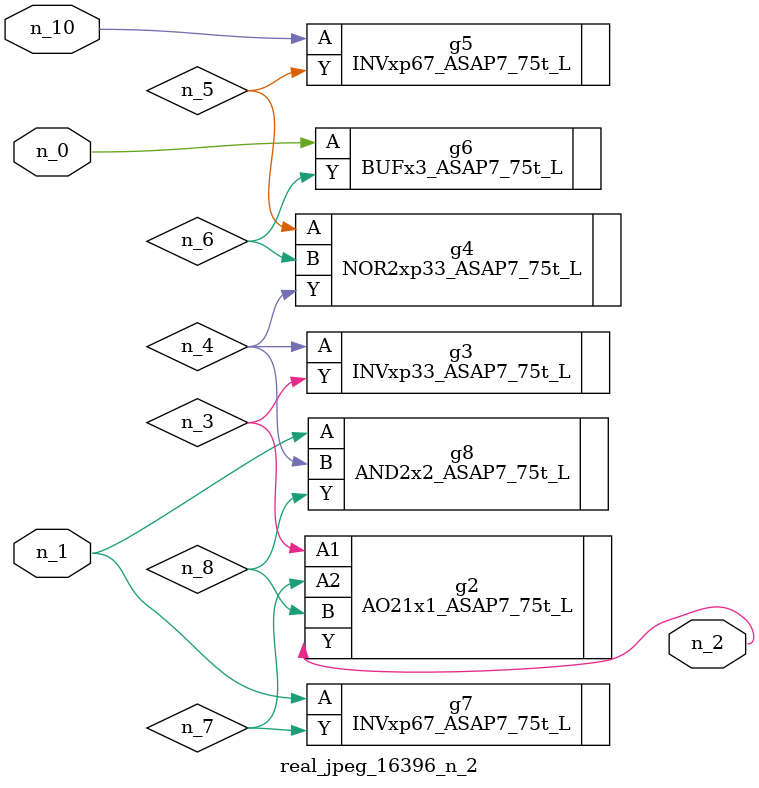
<source format=v>
module real_jpeg_16396_n_2 (n_1, n_10, n_0, n_2);

input n_1;
input n_10;
input n_0;

output n_2;

wire n_5;
wire n_4;
wire n_8;
wire n_6;
wire n_7;
wire n_3;

BUFx3_ASAP7_75t_L g6 ( 
.A(n_0),
.Y(n_6)
);

INVxp67_ASAP7_75t_L g7 ( 
.A(n_1),
.Y(n_7)
);

AND2x2_ASAP7_75t_L g8 ( 
.A(n_1),
.B(n_4),
.Y(n_8)
);

AO21x1_ASAP7_75t_L g2 ( 
.A1(n_3),
.A2(n_7),
.B(n_8),
.Y(n_2)
);

INVxp33_ASAP7_75t_L g3 ( 
.A(n_4),
.Y(n_3)
);

NOR2xp33_ASAP7_75t_L g4 ( 
.A(n_5),
.B(n_6),
.Y(n_4)
);

INVxp67_ASAP7_75t_L g5 ( 
.A(n_10),
.Y(n_5)
);


endmodule
</source>
